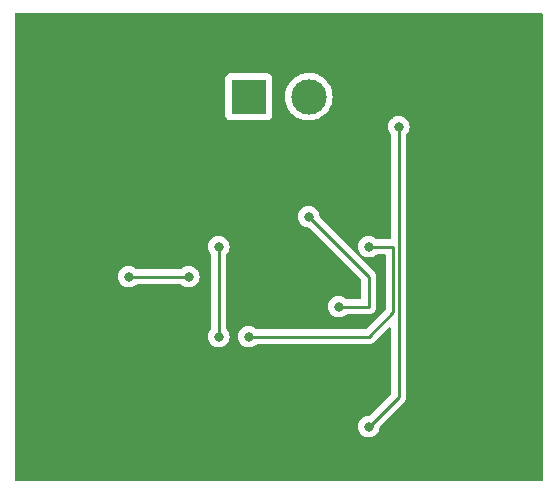
<source format=gbr>
%TF.GenerationSoftware,KiCad,Pcbnew,(6.0.10)*%
%TF.CreationDate,2023-02-17T09:14:47-08:00*%
%TF.ProjectId,555 Timer,35353520-5469-46d6-9572-2e6b69636164,rev?*%
%TF.SameCoordinates,Original*%
%TF.FileFunction,Copper,L2,Bot*%
%TF.FilePolarity,Positive*%
%FSLAX46Y46*%
G04 Gerber Fmt 4.6, Leading zero omitted, Abs format (unit mm)*
G04 Created by KiCad (PCBNEW (6.0.10)) date 2023-02-17 09:14:47*
%MOMM*%
%LPD*%
G01*
G04 APERTURE LIST*
%TA.AperFunction,ComponentPad*%
%ADD10R,3.000000X3.000000*%
%TD*%
%TA.AperFunction,ComponentPad*%
%ADD11C,3.000000*%
%TD*%
%TA.AperFunction,ViaPad*%
%ADD12C,0.800000*%
%TD*%
%TA.AperFunction,Conductor*%
%ADD13C,0.250000*%
%TD*%
G04 APERTURE END LIST*
D10*
%TO.P,J1,1,Pin_1*%
%TO.N,+9V*%
X147320000Y-81280000D03*
D11*
%TO.P,J1,2,Pin_2*%
%TO.N,GND*%
X152400000Y-81280000D03*
%TD*%
D12*
%TO.N,GND*%
X157480000Y-109220000D03*
X160020000Y-83820000D03*
%TO.N,Net-(C2-Pad1)*%
X144780000Y-93980000D03*
X144780000Y-101600000D03*
%TO.N,+9V*%
X147320000Y-101600000D03*
X157480000Y-93980000D03*
%TO.N,/pin_2*%
X152400000Y-91440000D03*
X154940000Y-99060000D03*
%TO.N,/pin 7*%
X137160000Y-96520000D03*
X142240000Y-96520000D03*
%TD*%
D13*
%TO.N,GND*%
X160020000Y-83820000D02*
X160020000Y-106680000D01*
X160020000Y-106680000D02*
X157480000Y-109220000D01*
%TO.N,Net-(C2-Pad1)*%
X144780000Y-93980000D02*
X144780000Y-101600000D01*
%TO.N,+9V*%
X159570000Y-93980000D02*
X157480000Y-93980000D01*
X159570000Y-99510000D02*
X159570000Y-93980000D01*
X157480000Y-101600000D02*
X159570000Y-99510000D01*
X147320000Y-101600000D02*
X157480000Y-101600000D01*
%TO.N,/pin_2*%
X157480000Y-96520000D02*
X157480000Y-99060000D01*
X152400000Y-91440000D02*
X157480000Y-96520000D01*
X157480000Y-99060000D02*
X154940000Y-99060000D01*
%TO.N,/pin 7*%
X142240000Y-96520000D02*
X137160000Y-96520000D01*
%TD*%
%TA.AperFunction,NonConductor*%
G36*
X172153621Y-74188502D02*
G01*
X172200114Y-74242158D01*
X172211500Y-74294500D01*
X172211500Y-113665500D01*
X172191498Y-113733621D01*
X172137842Y-113780114D01*
X172085500Y-113791500D01*
X127634500Y-113791500D01*
X127566379Y-113771498D01*
X127519886Y-113717842D01*
X127508500Y-113665500D01*
X127508500Y-101600000D01*
X143866496Y-101600000D01*
X143886458Y-101789928D01*
X143945473Y-101971556D01*
X144040960Y-102136944D01*
X144045378Y-102141851D01*
X144045379Y-102141852D01*
X144127452Y-102233003D01*
X144168747Y-102278866D01*
X144323248Y-102391118D01*
X144329276Y-102393802D01*
X144329278Y-102393803D01*
X144491681Y-102466109D01*
X144497712Y-102468794D01*
X144591113Y-102488647D01*
X144678056Y-102507128D01*
X144678061Y-102507128D01*
X144684513Y-102508500D01*
X144875487Y-102508500D01*
X144881939Y-102507128D01*
X144881944Y-102507128D01*
X144968888Y-102488647D01*
X145062288Y-102468794D01*
X145068319Y-102466109D01*
X145230722Y-102393803D01*
X145230724Y-102393802D01*
X145236752Y-102391118D01*
X145391253Y-102278866D01*
X145432548Y-102233003D01*
X145514621Y-102141852D01*
X145514622Y-102141851D01*
X145519040Y-102136944D01*
X145614527Y-101971556D01*
X145673542Y-101789928D01*
X145693504Y-101600000D01*
X146406496Y-101600000D01*
X146426458Y-101789928D01*
X146485473Y-101971556D01*
X146580960Y-102136944D01*
X146585378Y-102141851D01*
X146585379Y-102141852D01*
X146667452Y-102233003D01*
X146708747Y-102278866D01*
X146863248Y-102391118D01*
X146869276Y-102393802D01*
X146869278Y-102393803D01*
X147031681Y-102466109D01*
X147037712Y-102468794D01*
X147131113Y-102488647D01*
X147218056Y-102507128D01*
X147218061Y-102507128D01*
X147224513Y-102508500D01*
X147415487Y-102508500D01*
X147421939Y-102507128D01*
X147421944Y-102507128D01*
X147508888Y-102488647D01*
X147602288Y-102468794D01*
X147608319Y-102466109D01*
X147770722Y-102393803D01*
X147770724Y-102393802D01*
X147776752Y-102391118D01*
X147931253Y-102278866D01*
X147935668Y-102273963D01*
X147940580Y-102269540D01*
X147941705Y-102270789D01*
X147995014Y-102237949D01*
X148028200Y-102233500D01*
X157401233Y-102233500D01*
X157412416Y-102234027D01*
X157419909Y-102235702D01*
X157427835Y-102235453D01*
X157427836Y-102235453D01*
X157487986Y-102233562D01*
X157491945Y-102233500D01*
X157519856Y-102233500D01*
X157523791Y-102233003D01*
X157523856Y-102232995D01*
X157535693Y-102232062D01*
X157567951Y-102231048D01*
X157571970Y-102230922D01*
X157579889Y-102230673D01*
X157599343Y-102225021D01*
X157618700Y-102221013D01*
X157630930Y-102219468D01*
X157630931Y-102219468D01*
X157638797Y-102218474D01*
X157646168Y-102215555D01*
X157646170Y-102215555D01*
X157679912Y-102202196D01*
X157691142Y-102198351D01*
X157725983Y-102188229D01*
X157725984Y-102188229D01*
X157733593Y-102186018D01*
X157740412Y-102181985D01*
X157740417Y-102181983D01*
X157751028Y-102175707D01*
X157768776Y-102167012D01*
X157787617Y-102159552D01*
X157823387Y-102133564D01*
X157833307Y-102127048D01*
X157864535Y-102108580D01*
X157864538Y-102108578D01*
X157871362Y-102104542D01*
X157885683Y-102090221D01*
X157900717Y-102077380D01*
X157910694Y-102070131D01*
X157917107Y-102065472D01*
X157945298Y-102031395D01*
X157953288Y-102022616D01*
X159171405Y-100804499D01*
X159233717Y-100770473D01*
X159304532Y-100775538D01*
X159361368Y-100818085D01*
X159386179Y-100884605D01*
X159386500Y-100893594D01*
X159386500Y-106365405D01*
X159366498Y-106433526D01*
X159349595Y-106454500D01*
X157529500Y-108274595D01*
X157467188Y-108308621D01*
X157440405Y-108311500D01*
X157384513Y-108311500D01*
X157378061Y-108312872D01*
X157378056Y-108312872D01*
X157291112Y-108331353D01*
X157197712Y-108351206D01*
X157191682Y-108353891D01*
X157191681Y-108353891D01*
X157029278Y-108426197D01*
X157029276Y-108426198D01*
X157023248Y-108428882D01*
X156868747Y-108541134D01*
X156740960Y-108683056D01*
X156645473Y-108848444D01*
X156586458Y-109030072D01*
X156566496Y-109220000D01*
X156586458Y-109409928D01*
X156645473Y-109591556D01*
X156740960Y-109756944D01*
X156868747Y-109898866D01*
X157023248Y-110011118D01*
X157029276Y-110013802D01*
X157029278Y-110013803D01*
X157191681Y-110086109D01*
X157197712Y-110088794D01*
X157291113Y-110108647D01*
X157378056Y-110127128D01*
X157378061Y-110127128D01*
X157384513Y-110128500D01*
X157575487Y-110128500D01*
X157581939Y-110127128D01*
X157581944Y-110127128D01*
X157668887Y-110108647D01*
X157762288Y-110088794D01*
X157768319Y-110086109D01*
X157930722Y-110013803D01*
X157930724Y-110013802D01*
X157936752Y-110011118D01*
X158091253Y-109898866D01*
X158219040Y-109756944D01*
X158314527Y-109591556D01*
X158373542Y-109409928D01*
X158390907Y-109244706D01*
X158417920Y-109179050D01*
X158427122Y-109168782D01*
X160412247Y-107183657D01*
X160420537Y-107176113D01*
X160427018Y-107172000D01*
X160473659Y-107122332D01*
X160476413Y-107119491D01*
X160496134Y-107099770D01*
X160498612Y-107096575D01*
X160506318Y-107087553D01*
X160531158Y-107061101D01*
X160536586Y-107055321D01*
X160546346Y-107037568D01*
X160557199Y-107021045D01*
X160564753Y-107011306D01*
X160569613Y-107005041D01*
X160587176Y-106964457D01*
X160592383Y-106953827D01*
X160613695Y-106915060D01*
X160615666Y-106907383D01*
X160615668Y-106907378D01*
X160618732Y-106895442D01*
X160625138Y-106876730D01*
X160630034Y-106865417D01*
X160633181Y-106858145D01*
X160640097Y-106814481D01*
X160642504Y-106802860D01*
X160651528Y-106767711D01*
X160651528Y-106767710D01*
X160653500Y-106760030D01*
X160653500Y-106739769D01*
X160655051Y-106720058D01*
X160656979Y-106707885D01*
X160658219Y-106700057D01*
X160654059Y-106656046D01*
X160653500Y-106644189D01*
X160653500Y-84522524D01*
X160673502Y-84454403D01*
X160685858Y-84438221D01*
X160759040Y-84356944D01*
X160854527Y-84191556D01*
X160913542Y-84009928D01*
X160933504Y-83820000D01*
X160913542Y-83630072D01*
X160854527Y-83448444D01*
X160759040Y-83283056D01*
X160735080Y-83256445D01*
X160635675Y-83146045D01*
X160635674Y-83146044D01*
X160631253Y-83141134D01*
X160508504Y-83051951D01*
X160482094Y-83032763D01*
X160482093Y-83032762D01*
X160476752Y-83028882D01*
X160470724Y-83026198D01*
X160470722Y-83026197D01*
X160308319Y-82953891D01*
X160308318Y-82953891D01*
X160302288Y-82951206D01*
X160208888Y-82931353D01*
X160121944Y-82912872D01*
X160121939Y-82912872D01*
X160115487Y-82911500D01*
X159924513Y-82911500D01*
X159918061Y-82912872D01*
X159918056Y-82912872D01*
X159831112Y-82931353D01*
X159737712Y-82951206D01*
X159731682Y-82953891D01*
X159731681Y-82953891D01*
X159569278Y-83026197D01*
X159569276Y-83026198D01*
X159563248Y-83028882D01*
X159557907Y-83032762D01*
X159557906Y-83032763D01*
X159531496Y-83051951D01*
X159408747Y-83141134D01*
X159404326Y-83146044D01*
X159404325Y-83146045D01*
X159304921Y-83256445D01*
X159280960Y-83283056D01*
X159185473Y-83448444D01*
X159126458Y-83630072D01*
X159106496Y-83820000D01*
X159126458Y-84009928D01*
X159185473Y-84191556D01*
X159280960Y-84356944D01*
X159354137Y-84438215D01*
X159384853Y-84502221D01*
X159386500Y-84522524D01*
X159386500Y-93220500D01*
X159366498Y-93288621D01*
X159312842Y-93335114D01*
X159260500Y-93346500D01*
X158188200Y-93346500D01*
X158120079Y-93326498D01*
X158100853Y-93310157D01*
X158100580Y-93310460D01*
X158095668Y-93306037D01*
X158091253Y-93301134D01*
X157936752Y-93188882D01*
X157930724Y-93186198D01*
X157930722Y-93186197D01*
X157768319Y-93113891D01*
X157768318Y-93113891D01*
X157762288Y-93111206D01*
X157668887Y-93091353D01*
X157581944Y-93072872D01*
X157581939Y-93072872D01*
X157575487Y-93071500D01*
X157384513Y-93071500D01*
X157378061Y-93072872D01*
X157378056Y-93072872D01*
X157291113Y-93091353D01*
X157197712Y-93111206D01*
X157191682Y-93113891D01*
X157191681Y-93113891D01*
X157029278Y-93186197D01*
X157029276Y-93186198D01*
X157023248Y-93188882D01*
X156868747Y-93301134D01*
X156740960Y-93443056D01*
X156645473Y-93608444D01*
X156586458Y-93790072D01*
X156566496Y-93980000D01*
X156586458Y-94169928D01*
X156645473Y-94351556D01*
X156740960Y-94516944D01*
X156745375Y-94521847D01*
X156745379Y-94521852D01*
X156849226Y-94637186D01*
X156855736Y-94650750D01*
X156855840Y-94650773D01*
X156869516Y-94659425D01*
X157017906Y-94767237D01*
X157023248Y-94771118D01*
X157029276Y-94773802D01*
X157029278Y-94773803D01*
X157156360Y-94830383D01*
X157197712Y-94848794D01*
X157291113Y-94868647D01*
X157378056Y-94887128D01*
X157378061Y-94887128D01*
X157384513Y-94888500D01*
X157575487Y-94888500D01*
X157581939Y-94887128D01*
X157581944Y-94887128D01*
X157668888Y-94868647D01*
X157762288Y-94848794D01*
X157803640Y-94830383D01*
X157930722Y-94773803D01*
X157930724Y-94773802D01*
X157936752Y-94771118D01*
X158091253Y-94658866D01*
X158095668Y-94653963D01*
X158100580Y-94649540D01*
X158101705Y-94650789D01*
X158155014Y-94617949D01*
X158188200Y-94613500D01*
X158810500Y-94613500D01*
X158878621Y-94633502D01*
X158925114Y-94687158D01*
X158936500Y-94739500D01*
X158936500Y-99195405D01*
X158916498Y-99263526D01*
X158899595Y-99284500D01*
X157254500Y-100929595D01*
X157192188Y-100963621D01*
X157165405Y-100966500D01*
X148028200Y-100966500D01*
X147960079Y-100946498D01*
X147940853Y-100930157D01*
X147940580Y-100930460D01*
X147935668Y-100926037D01*
X147931253Y-100921134D01*
X147776752Y-100808882D01*
X147770724Y-100806198D01*
X147770722Y-100806197D01*
X147608319Y-100733891D01*
X147608318Y-100733891D01*
X147602288Y-100731206D01*
X147508888Y-100711353D01*
X147421944Y-100692872D01*
X147421939Y-100692872D01*
X147415487Y-100691500D01*
X147224513Y-100691500D01*
X147218061Y-100692872D01*
X147218056Y-100692872D01*
X147131112Y-100711353D01*
X147037712Y-100731206D01*
X147031682Y-100733891D01*
X147031681Y-100733891D01*
X146869278Y-100806197D01*
X146869276Y-100806198D01*
X146863248Y-100808882D01*
X146708747Y-100921134D01*
X146704326Y-100926044D01*
X146704325Y-100926045D01*
X146670492Y-100963621D01*
X146580960Y-101063056D01*
X146485473Y-101228444D01*
X146426458Y-101410072D01*
X146406496Y-101600000D01*
X145693504Y-101600000D01*
X145673542Y-101410072D01*
X145614527Y-101228444D01*
X145519040Y-101063056D01*
X145445863Y-100981785D01*
X145415147Y-100917779D01*
X145413500Y-100897476D01*
X145413500Y-94682524D01*
X145433502Y-94614403D01*
X145445858Y-94598221D01*
X145519040Y-94516944D01*
X145614527Y-94351556D01*
X145673542Y-94169928D01*
X145693504Y-93980000D01*
X145673542Y-93790072D01*
X145614527Y-93608444D01*
X145519040Y-93443056D01*
X145391253Y-93301134D01*
X145236752Y-93188882D01*
X145230724Y-93186198D01*
X145230722Y-93186197D01*
X145068319Y-93113891D01*
X145068318Y-93113891D01*
X145062288Y-93111206D01*
X144968887Y-93091353D01*
X144881944Y-93072872D01*
X144881939Y-93072872D01*
X144875487Y-93071500D01*
X144684513Y-93071500D01*
X144678061Y-93072872D01*
X144678056Y-93072872D01*
X144591113Y-93091353D01*
X144497712Y-93111206D01*
X144491682Y-93113891D01*
X144491681Y-93113891D01*
X144329278Y-93186197D01*
X144329276Y-93186198D01*
X144323248Y-93188882D01*
X144168747Y-93301134D01*
X144040960Y-93443056D01*
X143945473Y-93608444D01*
X143886458Y-93790072D01*
X143866496Y-93980000D01*
X143886458Y-94169928D01*
X143945473Y-94351556D01*
X144040960Y-94516944D01*
X144114137Y-94598215D01*
X144144853Y-94662221D01*
X144146500Y-94682524D01*
X144146500Y-100897476D01*
X144126498Y-100965597D01*
X144114142Y-100981779D01*
X144040960Y-101063056D01*
X143945473Y-101228444D01*
X143886458Y-101410072D01*
X143866496Y-101600000D01*
X127508500Y-101600000D01*
X127508500Y-96520000D01*
X136246496Y-96520000D01*
X136266458Y-96709928D01*
X136325473Y-96891556D01*
X136420960Y-97056944D01*
X136548747Y-97198866D01*
X136703248Y-97311118D01*
X136709276Y-97313802D01*
X136709278Y-97313803D01*
X136871681Y-97386109D01*
X136877712Y-97388794D01*
X136971112Y-97408647D01*
X137058056Y-97427128D01*
X137058061Y-97427128D01*
X137064513Y-97428500D01*
X137255487Y-97428500D01*
X137261939Y-97427128D01*
X137261944Y-97427128D01*
X137348888Y-97408647D01*
X137442288Y-97388794D01*
X137448319Y-97386109D01*
X137610722Y-97313803D01*
X137610724Y-97313802D01*
X137616752Y-97311118D01*
X137771253Y-97198866D01*
X137775668Y-97193963D01*
X137780580Y-97189540D01*
X137781705Y-97190789D01*
X137835014Y-97157949D01*
X137868200Y-97153500D01*
X141531800Y-97153500D01*
X141599921Y-97173502D01*
X141619147Y-97189843D01*
X141619420Y-97189540D01*
X141624332Y-97193963D01*
X141628747Y-97198866D01*
X141783248Y-97311118D01*
X141789276Y-97313802D01*
X141789278Y-97313803D01*
X141951681Y-97386109D01*
X141957712Y-97388794D01*
X142051112Y-97408647D01*
X142138056Y-97427128D01*
X142138061Y-97427128D01*
X142144513Y-97428500D01*
X142335487Y-97428500D01*
X142341939Y-97427128D01*
X142341944Y-97427128D01*
X142428888Y-97408647D01*
X142522288Y-97388794D01*
X142528319Y-97386109D01*
X142690722Y-97313803D01*
X142690724Y-97313802D01*
X142696752Y-97311118D01*
X142851253Y-97198866D01*
X142979040Y-97056944D01*
X143074527Y-96891556D01*
X143133542Y-96709928D01*
X143153504Y-96520000D01*
X143133542Y-96330072D01*
X143074527Y-96148444D01*
X143059853Y-96123027D01*
X142982341Y-95988774D01*
X142979040Y-95983056D01*
X142851253Y-95841134D01*
X142696752Y-95728882D01*
X142690724Y-95726198D01*
X142690722Y-95726197D01*
X142528319Y-95653891D01*
X142528318Y-95653891D01*
X142522288Y-95651206D01*
X142428888Y-95631353D01*
X142341944Y-95612872D01*
X142341939Y-95612872D01*
X142335487Y-95611500D01*
X142144513Y-95611500D01*
X142138061Y-95612872D01*
X142138056Y-95612872D01*
X142051112Y-95631353D01*
X141957712Y-95651206D01*
X141951682Y-95653891D01*
X141951681Y-95653891D01*
X141789278Y-95726197D01*
X141789276Y-95726198D01*
X141783248Y-95728882D01*
X141628747Y-95841134D01*
X141624332Y-95846037D01*
X141619420Y-95850460D01*
X141618295Y-95849211D01*
X141564986Y-95882051D01*
X141531800Y-95886500D01*
X137868200Y-95886500D01*
X137800079Y-95866498D01*
X137780853Y-95850157D01*
X137780580Y-95850460D01*
X137775668Y-95846037D01*
X137771253Y-95841134D01*
X137616752Y-95728882D01*
X137610724Y-95726198D01*
X137610722Y-95726197D01*
X137448319Y-95653891D01*
X137448318Y-95653891D01*
X137442288Y-95651206D01*
X137348888Y-95631353D01*
X137261944Y-95612872D01*
X137261939Y-95612872D01*
X137255487Y-95611500D01*
X137064513Y-95611500D01*
X137058061Y-95612872D01*
X137058056Y-95612872D01*
X136971112Y-95631353D01*
X136877712Y-95651206D01*
X136871682Y-95653891D01*
X136871681Y-95653891D01*
X136709278Y-95726197D01*
X136709276Y-95726198D01*
X136703248Y-95728882D01*
X136548747Y-95841134D01*
X136420960Y-95983056D01*
X136417659Y-95988774D01*
X136340148Y-96123027D01*
X136325473Y-96148444D01*
X136266458Y-96330072D01*
X136246496Y-96520000D01*
X127508500Y-96520000D01*
X127508500Y-91440000D01*
X151486496Y-91440000D01*
X151506458Y-91629928D01*
X151565473Y-91811556D01*
X151660960Y-91976944D01*
X151788747Y-92118866D01*
X151943248Y-92231118D01*
X151949276Y-92233802D01*
X151949278Y-92233803D01*
X152111681Y-92306109D01*
X152117712Y-92308794D01*
X152211112Y-92328647D01*
X152298056Y-92347128D01*
X152298061Y-92347128D01*
X152304513Y-92348500D01*
X152360406Y-92348500D01*
X152428527Y-92368502D01*
X152449501Y-92385405D01*
X156809595Y-96745500D01*
X156843621Y-96807812D01*
X156846500Y-96834595D01*
X156846500Y-98300500D01*
X156826498Y-98368621D01*
X156772842Y-98415114D01*
X156720500Y-98426500D01*
X155648200Y-98426500D01*
X155580079Y-98406498D01*
X155560853Y-98390157D01*
X155560580Y-98390460D01*
X155555668Y-98386037D01*
X155551253Y-98381134D01*
X155396752Y-98268882D01*
X155390724Y-98266198D01*
X155390722Y-98266197D01*
X155228319Y-98193891D01*
X155228318Y-98193891D01*
X155222288Y-98191206D01*
X155128888Y-98171353D01*
X155041944Y-98152872D01*
X155041939Y-98152872D01*
X155035487Y-98151500D01*
X154844513Y-98151500D01*
X154838061Y-98152872D01*
X154838056Y-98152872D01*
X154751112Y-98171353D01*
X154657712Y-98191206D01*
X154651682Y-98193891D01*
X154651681Y-98193891D01*
X154489278Y-98266197D01*
X154489276Y-98266198D01*
X154483248Y-98268882D01*
X154328747Y-98381134D01*
X154200960Y-98523056D01*
X154105473Y-98688444D01*
X154046458Y-98870072D01*
X154026496Y-99060000D01*
X154027186Y-99066565D01*
X154029879Y-99092183D01*
X154046458Y-99249928D01*
X154105473Y-99431556D01*
X154200960Y-99596944D01*
X154205378Y-99601851D01*
X154205379Y-99601852D01*
X154289909Y-99695732D01*
X154328747Y-99738866D01*
X154483248Y-99851118D01*
X154489276Y-99853802D01*
X154489278Y-99853803D01*
X154651681Y-99926109D01*
X154657712Y-99928794D01*
X154751112Y-99948647D01*
X154838056Y-99967128D01*
X154838061Y-99967128D01*
X154844513Y-99968500D01*
X155035487Y-99968500D01*
X155041939Y-99967128D01*
X155041944Y-99967128D01*
X155128888Y-99948647D01*
X155222288Y-99928794D01*
X155228319Y-99926109D01*
X155390722Y-99853803D01*
X155390724Y-99853802D01*
X155396752Y-99851118D01*
X155551253Y-99738866D01*
X155555668Y-99733963D01*
X155560580Y-99729540D01*
X155561705Y-99730789D01*
X155615014Y-99697949D01*
X155648200Y-99693500D01*
X157408207Y-99693500D01*
X157431816Y-99695732D01*
X157432119Y-99695790D01*
X157432123Y-99695790D01*
X157439906Y-99697275D01*
X157495951Y-99693749D01*
X157503862Y-99693500D01*
X157519856Y-99693500D01*
X157535730Y-99691494D01*
X157543590Y-99690752D01*
X157571049Y-99689024D01*
X157591737Y-99687723D01*
X157591738Y-99687723D01*
X157599650Y-99687225D01*
X157607191Y-99684775D01*
X157607487Y-99684679D01*
X157630631Y-99679506D01*
X157630935Y-99679468D01*
X157630940Y-99679467D01*
X157638797Y-99678474D01*
X157646162Y-99675558D01*
X157646166Y-99675557D01*
X157691011Y-99657801D01*
X157698430Y-99655129D01*
X157751875Y-99637764D01*
X157758572Y-99633514D01*
X157758831Y-99633350D01*
X157779958Y-99622585D01*
X157780246Y-99622471D01*
X157780251Y-99622468D01*
X157787617Y-99619552D01*
X157794025Y-99614896D01*
X157794031Y-99614893D01*
X157833052Y-99586542D01*
X157839589Y-99582099D01*
X157887018Y-99552000D01*
X157892659Y-99545993D01*
X157910446Y-99530312D01*
X157910691Y-99530134D01*
X157910693Y-99530132D01*
X157917107Y-99525472D01*
X157922162Y-99519362D01*
X157952903Y-99482204D01*
X157958134Y-99476270D01*
X157991158Y-99441102D01*
X157991160Y-99441099D01*
X157996586Y-99435321D01*
X158000558Y-99428097D01*
X158013881Y-99408494D01*
X158014080Y-99408254D01*
X158014084Y-99408247D01*
X158019133Y-99402144D01*
X158043047Y-99351324D01*
X158046629Y-99344292D01*
X158073695Y-99295060D01*
X158075665Y-99287385D01*
X158075668Y-99287379D01*
X158075744Y-99287081D01*
X158083776Y-99264772D01*
X158083906Y-99264497D01*
X158083909Y-99264489D01*
X158087283Y-99257318D01*
X158097806Y-99202151D01*
X158099532Y-99194429D01*
X158111529Y-99147707D01*
X158111529Y-99147706D01*
X158113500Y-99140030D01*
X158113500Y-99131793D01*
X158115732Y-99108184D01*
X158115790Y-99107881D01*
X158115790Y-99107877D01*
X158117275Y-99100094D01*
X158113749Y-99044049D01*
X158113500Y-99036138D01*
X158113500Y-96598767D01*
X158114027Y-96587584D01*
X158115702Y-96580091D01*
X158113562Y-96512000D01*
X158113500Y-96508043D01*
X158113500Y-96480144D01*
X158112996Y-96476153D01*
X158112063Y-96464311D01*
X158110923Y-96428036D01*
X158110674Y-96420111D01*
X158108462Y-96412497D01*
X158108461Y-96412492D01*
X158105023Y-96400659D01*
X158101012Y-96381295D01*
X158099467Y-96369064D01*
X158098474Y-96361203D01*
X158095557Y-96353836D01*
X158095556Y-96353831D01*
X158082198Y-96320092D01*
X158078354Y-96308865D01*
X158068230Y-96274022D01*
X158066018Y-96266407D01*
X158055707Y-96248972D01*
X158047012Y-96231224D01*
X158039552Y-96212383D01*
X158013564Y-96176613D01*
X158007048Y-96166693D01*
X157988580Y-96135465D01*
X157988578Y-96135462D01*
X157984542Y-96128638D01*
X157970221Y-96114317D01*
X157957380Y-96099283D01*
X157950131Y-96089306D01*
X157945472Y-96082893D01*
X157911395Y-96054702D01*
X157902616Y-96046712D01*
X156706360Y-94850456D01*
X156695399Y-94830383D01*
X156689499Y-94828772D01*
X156666495Y-94810591D01*
X155470634Y-93614729D01*
X153347122Y-91491217D01*
X153313096Y-91428905D01*
X153310907Y-91415292D01*
X153294232Y-91256635D01*
X153294232Y-91256633D01*
X153293542Y-91250072D01*
X153234527Y-91068444D01*
X153139040Y-90903056D01*
X153011253Y-90761134D01*
X152856752Y-90648882D01*
X152850724Y-90646198D01*
X152850722Y-90646197D01*
X152688319Y-90573891D01*
X152688318Y-90573891D01*
X152682288Y-90571206D01*
X152588887Y-90551353D01*
X152501944Y-90532872D01*
X152501939Y-90532872D01*
X152495487Y-90531500D01*
X152304513Y-90531500D01*
X152298061Y-90532872D01*
X152298056Y-90532872D01*
X152211113Y-90551353D01*
X152117712Y-90571206D01*
X152111682Y-90573891D01*
X152111681Y-90573891D01*
X151949278Y-90646197D01*
X151949276Y-90646198D01*
X151943248Y-90648882D01*
X151788747Y-90761134D01*
X151660960Y-90903056D01*
X151565473Y-91068444D01*
X151506458Y-91250072D01*
X151486496Y-91440000D01*
X127508500Y-91440000D01*
X127508500Y-82828134D01*
X145311500Y-82828134D01*
X145318255Y-82890316D01*
X145369385Y-83026705D01*
X145456739Y-83143261D01*
X145573295Y-83230615D01*
X145709684Y-83281745D01*
X145771866Y-83288500D01*
X148868134Y-83288500D01*
X148930316Y-83281745D01*
X149066705Y-83230615D01*
X149183261Y-83143261D01*
X149270615Y-83026705D01*
X149321745Y-82890316D01*
X149328500Y-82828134D01*
X149328500Y-81258918D01*
X150386917Y-81258918D01*
X150402682Y-81532320D01*
X150403507Y-81536525D01*
X150403508Y-81536533D01*
X150414127Y-81590657D01*
X150455405Y-81801053D01*
X150456792Y-81805103D01*
X150456793Y-81805108D01*
X150477605Y-81865895D01*
X150544112Y-82060144D01*
X150667160Y-82304799D01*
X150669586Y-82308328D01*
X150669589Y-82308334D01*
X150819843Y-82526953D01*
X150822274Y-82530490D01*
X151006582Y-82733043D01*
X151216675Y-82908707D01*
X151220316Y-82910991D01*
X151445024Y-83051951D01*
X151445028Y-83051953D01*
X151448664Y-83054234D01*
X151516544Y-83084883D01*
X151694345Y-83165164D01*
X151694349Y-83165166D01*
X151698257Y-83166930D01*
X151702377Y-83168150D01*
X151702376Y-83168150D01*
X151956723Y-83243491D01*
X151956727Y-83243492D01*
X151960836Y-83244709D01*
X151965070Y-83245357D01*
X151965075Y-83245358D01*
X152227298Y-83285483D01*
X152227300Y-83285483D01*
X152231540Y-83286132D01*
X152370912Y-83288322D01*
X152501071Y-83290367D01*
X152501077Y-83290367D01*
X152505362Y-83290434D01*
X152777235Y-83257534D01*
X153042127Y-83188041D01*
X153046087Y-83186401D01*
X153046092Y-83186399D01*
X153168631Y-83135641D01*
X153295136Y-83083241D01*
X153531582Y-82945073D01*
X153747089Y-82776094D01*
X153788809Y-82733043D01*
X153934686Y-82582509D01*
X153937669Y-82579431D01*
X153940202Y-82575983D01*
X153940206Y-82575978D01*
X154097257Y-82362178D01*
X154099795Y-82358723D01*
X154127154Y-82308334D01*
X154228418Y-82121830D01*
X154228419Y-82121828D01*
X154230468Y-82118054D01*
X154327269Y-81861877D01*
X154388407Y-81594933D01*
X154412751Y-81322161D01*
X154413193Y-81280000D01*
X154394567Y-81006778D01*
X154339032Y-80738612D01*
X154247617Y-80480465D01*
X154122013Y-80237112D01*
X154112040Y-80222921D01*
X153967008Y-80016562D01*
X153964545Y-80013057D01*
X153778125Y-79812445D01*
X153774810Y-79809731D01*
X153774806Y-79809728D01*
X153613304Y-79677540D01*
X153566205Y-79638990D01*
X153332704Y-79495901D01*
X153328768Y-79494173D01*
X153085873Y-79387549D01*
X153085869Y-79387548D01*
X153081945Y-79385825D01*
X152818566Y-79310800D01*
X152814324Y-79310196D01*
X152814318Y-79310195D01*
X152609387Y-79281029D01*
X152547443Y-79272213D01*
X152403589Y-79271460D01*
X152277877Y-79270802D01*
X152277871Y-79270802D01*
X152273591Y-79270780D01*
X152269347Y-79271339D01*
X152269343Y-79271339D01*
X152195741Y-79281029D01*
X152002078Y-79306525D01*
X151997938Y-79307658D01*
X151997936Y-79307658D01*
X151930037Y-79326233D01*
X151737928Y-79378788D01*
X151733980Y-79380472D01*
X151489982Y-79484546D01*
X151489978Y-79484548D01*
X151486030Y-79486232D01*
X151466125Y-79498145D01*
X151254725Y-79624664D01*
X151254721Y-79624667D01*
X151251043Y-79626868D01*
X151037318Y-79798094D01*
X150848808Y-79996742D01*
X150689002Y-80219136D01*
X150560857Y-80461161D01*
X150559385Y-80465184D01*
X150559383Y-80465188D01*
X150552314Y-80484506D01*
X150466743Y-80718337D01*
X150408404Y-80985907D01*
X150386917Y-81258918D01*
X149328500Y-81258918D01*
X149328500Y-79731866D01*
X149321745Y-79669684D01*
X149270615Y-79533295D01*
X149183261Y-79416739D01*
X149066705Y-79329385D01*
X148930316Y-79278255D01*
X148868134Y-79271500D01*
X145771866Y-79271500D01*
X145709684Y-79278255D01*
X145573295Y-79329385D01*
X145456739Y-79416739D01*
X145369385Y-79533295D01*
X145318255Y-79669684D01*
X145311500Y-79731866D01*
X145311500Y-82828134D01*
X127508500Y-82828134D01*
X127508500Y-74294500D01*
X127528502Y-74226379D01*
X127582158Y-74179886D01*
X127634500Y-74168500D01*
X172085500Y-74168500D01*
X172153621Y-74188502D01*
G37*
%TD.AperFunction*%
M02*

</source>
